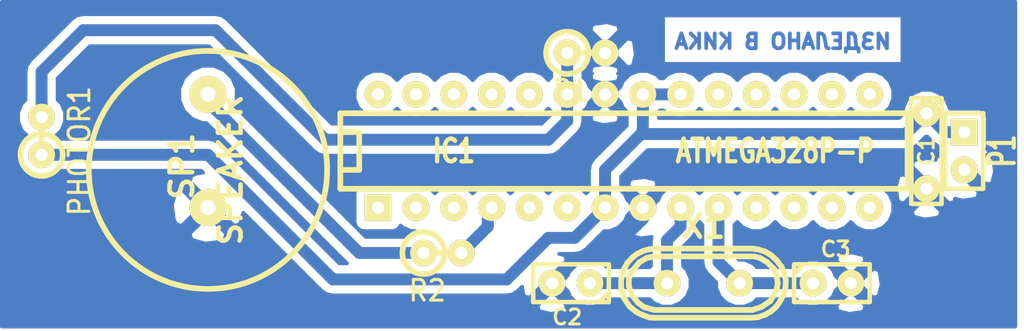
<source format=kicad_pcb>
(kicad_pcb (version 3) (host pcbnew "(2013-may-18)-stable")

  (general
    (links 20)
    (no_connects 0)
    (area 24.892 37.084 93.47327 61.1124)
    (thickness 1.6)
    (drawings 1)
    (tracks 40)
    (zones 0)
    (modules 10)
    (nets 8)
  )

  (page A4)
  (layers
    (15 F.Cu signal)
    (0 B.Cu signal)
    (16 B.Adhes user)
    (17 F.Adhes user)
    (18 B.Paste user)
    (19 F.Paste user)
    (20 B.SilkS user)
    (21 F.SilkS user)
    (22 B.Mask user)
    (23 F.Mask user)
    (24 Dwgs.User user)
    (25 Cmts.User user)
    (26 Eco1.User user)
    (27 Eco2.User user)
    (28 Edge.Cuts user)
  )

  (setup
    (last_trace_width 0.8)
    (user_trace_width 0.4)
    (user_trace_width 0.6)
    (user_trace_width 0.8)
    (user_trace_width 1)
    (trace_clearance 0.254)
    (zone_clearance 0.55)
    (zone_45_only yes)
    (trace_min 0.254)
    (segment_width 0.2)
    (edge_width 0.15)
    (via_size 0.889)
    (via_drill 0.635)
    (via_min_size 0.889)
    (via_min_drill 0.508)
    (uvia_size 0.508)
    (uvia_drill 0.127)
    (uvias_allowed no)
    (uvia_min_size 0.508)
    (uvia_min_drill 0.127)
    (pcb_text_width 0.3)
    (pcb_text_size 1 1)
    (mod_edge_width 0.15)
    (mod_text_size 1 1)
    (mod_text_width 0.15)
    (pad_size 1.8 1.8)
    (pad_drill 0.8128)
    (pad_to_mask_clearance 0)
    (aux_axis_origin 0 0)
    (visible_elements FFFFFFBF)
    (pcbplotparams
      (layerselection 1)
      (usegerberextensions false)
      (excludeedgelayer false)
      (linewidth 0.150000)
      (plotframeref false)
      (viasonmask false)
      (mode 1)
      (useauxorigin false)
      (hpglpennumber 1)
      (hpglpenspeed 20)
      (hpglpendiameter 15)
      (hpglpenoverlay 2)
      (psnegative false)
      (psa4output false)
      (plotreference false)
      (plotvalue false)
      (plotothertext false)
      (plotinvisibletext false)
      (padsonsilk false)
      (subtractmaskfromsilk false)
      (outputformat 2)
      (mirror false)
      (drillshape 1)
      (scaleselection 1)
      (outputdirectory ""))
  )

  (net 0 "")
  (net 1 /Xtal1)
  (net 2 /Xtal2)
  (net 3 GND)
  (net 4 N-0000018)
  (net 5 N-000002)
  (net 6 N-0000024)
  (net 7 VCC)

  (net_class Default "This is the default net class."
    (clearance 0.254)
    (trace_width 0.254)
    (via_dia 0.889)
    (via_drill 0.635)
    (uvia_dia 0.508)
    (uvia_drill 0.127)
    (add_net "")
    (add_net /Xtal1)
    (add_net /Xtal2)
    (add_net GND)
    (add_net N-0000018)
    (add_net N-000002)
    (add_net N-0000024)
    (add_net VCC)
  )

  (module BUZZER (layer F.Cu) (tedit 52AC7F18) (tstamp 52AC7FB0)
    (at 38.862 48.514 90)
    (path /52ABAEE6)
    (fp_text reference SP1 (at 0.24892 -1.75006 90) (layer F.SilkS)
      (effects (font (size 1.524 1.524) (thickness 0.3048)))
    )
    (fp_text value SPEAKER (at 0 1.50114 90) (layer F.SilkS)
      (effects (font (size 1.524 1.524) (thickness 0.3048)))
    )
    (fp_circle (center 0 0) (end 8.001 0.24892) (layer F.SilkS) (width 0.381))
    (pad 2 thru_hole circle (at 5.08 0 90) (size 2.49936 2.49936) (drill 1.00076)
      (layers *.Cu *.Mask F.SilkS)
      (net 5 N-000002)
    )
    (pad 1 thru_hole circle (at -2.54 0 90) (size 2.49936 2.49936) (drill 1.00076)
      (layers *.Cu *.Mask F.SilkS)
      (net 3 GND)
    )
    (model divers\buzzer.wrl
      (at (xyz 0 0 0))
      (scale (xyz 0.8 0.8 0.8))
      (rotate (xyz 0 0 0))
    )
  )

  (module SIL-2 (layer F.Cu) (tedit 52AC773E) (tstamp 52AC7948)
    (at 89.662 47.244 270)
    (descr "Connecteurs 2 pins")
    (tags "CONN DEV")
    (path /52ABB382)
    (fp_text reference P1 (at 0 -2.54 270) (layer F.SilkS)
      (effects (font (size 1.72974 1.08712) (thickness 0.3048)))
    )
    (fp_text value PWR (at 0 -2.54 270) (layer F.SilkS) hide
      (effects (font (size 1.524 1.016) (thickness 0.3048)))
    )
    (fp_line (start -2.54 1.27) (end -2.54 -1.27) (layer F.SilkS) (width 0.3048))
    (fp_line (start -2.54 -1.27) (end 2.54 -1.27) (layer F.SilkS) (width 0.3048))
    (fp_line (start 2.54 -1.27) (end 2.54 1.27) (layer F.SilkS) (width 0.3048))
    (fp_line (start 2.54 1.27) (end -2.54 1.27) (layer F.SilkS) (width 0.3048))
    (pad 1 thru_hole rect (at -1.27 0 270) (size 1.8 1.8) (drill 0.8128)
      (layers *.Cu *.Mask F.SilkS)
      (net 7 VCC)
    )
    (pad 2 thru_hole circle (at 1.27 0 270) (size 1.8 1.8) (drill 0.8128)
      (layers *.Cu *.Mask F.SilkS)
      (net 3 GND)
    )
  )

  (module R1 (layer F.Cu) (tedit 200000) (tstamp 52AC79B9)
    (at 54.61 54.102)
    (descr "Resistance verticale")
    (tags R)
    (path /52ABAE61)
    (autoplace_cost90 10)
    (autoplace_cost180 10)
    (fp_text reference R2 (at -1.016 2.54) (layer F.SilkS)
      (effects (font (size 1.397 1.27) (thickness 0.2032)))
    )
    (fp_text value 82 (at -1.143 2.54) (layer F.SilkS) hide
      (effects (font (size 1.397 1.27) (thickness 0.2032)))
    )
    (fp_line (start -1.27 0) (end 1.27 0) (layer F.SilkS) (width 0.381))
    (fp_circle (center -1.27 0) (end -0.635 1.27) (layer F.SilkS) (width 0.381))
    (pad 1 thru_hole circle (at -1.27 0) (size 1.8 1.8) (drill 0.8128)
      (layers *.Cu *.Mask F.SilkS)
      (net 5 N-000002)
    )
    (pad 2 thru_hole circle (at 1.27 0) (size 1.8 1.8) (drill 0.8128)
      (layers *.Cu *.Mask F.SilkS)
      (net 4 N-0000018)
    )
    (model discret/verti_resistor.wrl
      (at (xyz 0 0 0))
      (scale (xyz 1 1 1))
      (rotate (xyz 0 0 0))
    )
  )

  (module R1 (layer F.Cu) (tedit 200000) (tstamp 52ABB819)
    (at 27.686 46.228 90)
    (descr "Resistance verticale")
    (tags R)
    (path /52ABAF29)
    (autoplace_cost90 10)
    (autoplace_cost180 10)
    (fp_text reference PHOTOR1 (at -1.016 2.54 90) (layer F.SilkS)
      (effects (font (size 1.397 1.27) (thickness 0.2032)))
    )
    (fp_text value PHOTOR (at -1.143 2.54 90) (layer F.SilkS) hide
      (effects (font (size 1.397 1.27) (thickness 0.2032)))
    )
    (fp_line (start -1.27 0) (end 1.27 0) (layer F.SilkS) (width 0.381))
    (fp_circle (center -1.27 0) (end -0.635 1.27) (layer F.SilkS) (width 0.381))
    (pad 1 thru_hole circle (at -1.27 0 90) (size 1.8 1.8) (drill 0.8128)
      (layers *.Cu *.Mask F.SilkS)
      (net 7 VCC)
    )
    (pad 2 thru_hole circle (at 1.27 0 90) (size 1.8 1.8) (drill 0.8128)
      (layers *.Cu *.Mask F.SilkS)
      (net 6 N-0000024)
    )
    (model discret/verti_resistor.wrl
      (at (xyz 0 0 0))
      (scale (xyz 1 1 1))
      (rotate (xyz 0 0 0))
    )
  )

  (module R1 (layer F.Cu) (tedit 52AC770B) (tstamp 52ABB821)
    (at 64.262 40.64)
    (descr "Resistance verticale")
    (tags R)
    (path /52ABAF6B)
    (autoplace_cost90 10)
    (autoplace_cost180 10)
    (fp_text reference R1 (at -1.016 2.54) (layer F.SilkS)
      (effects (font (size 1.397 1.27) (thickness 0.2032)))
    )
    (fp_text value 10k (at -1.143 2.54) (layer F.SilkS) hide
      (effects (font (size 1.397 1.27) (thickness 0.2032)))
    )
    (fp_line (start -1.27 0) (end 1.27 0) (layer F.SilkS) (width 0.381))
    (fp_circle (center -1.27 0) (end -0.635 1.27) (layer F.SilkS) (width 0.381))
    (pad 1 thru_hole circle (at -1.27 0) (size 1.8 1.8) (drill 0.8128)
      (layers *.Cu *.Mask F.SilkS)
      (net 6 N-0000024)
    )
    (pad 2 thru_hole circle (at 1.27 0) (size 1.8 1.8) (drill 0.8128)
      (layers *.Cu *.Mask F.SilkS)
      (net 3 GND)
    )
    (model discret/verti_resistor.wrl
      (at (xyz 0 0 0))
      (scale (xyz 1 1 1))
      (rotate (xyz 0 0 0))
    )
  )

  (module DIP-28__300 (layer F.Cu) (tedit 52AC7776) (tstamp 52ABB848)
    (at 66.802 47.244)
    (descr "28 pins DIL package, round pads, width 300mil")
    (tags DIL)
    (path /52ABB5D5)
    (fp_text reference IC1 (at -11.43 0) (layer F.SilkS)
      (effects (font (size 1.524 1.143) (thickness 0.3048)))
    )
    (fp_text value ATMEGA328P-P (at 10.16 0) (layer F.SilkS)
      (effects (font (size 1.524 1.143) (thickness 0.3048)))
    )
    (fp_line (start -19.05 -2.54) (end 19.05 -2.54) (layer F.SilkS) (width 0.381))
    (fp_line (start 19.05 -2.54) (end 19.05 2.54) (layer F.SilkS) (width 0.381))
    (fp_line (start 19.05 2.54) (end -19.05 2.54) (layer F.SilkS) (width 0.381))
    (fp_line (start -19.05 2.54) (end -19.05 -2.54) (layer F.SilkS) (width 0.381))
    (fp_line (start -19.05 -1.27) (end -17.78 -1.27) (layer F.SilkS) (width 0.381))
    (fp_line (start -17.78 -1.27) (end -17.78 1.27) (layer F.SilkS) (width 0.381))
    (fp_line (start -17.78 1.27) (end -19.05 1.27) (layer F.SilkS) (width 0.381))
    (pad 2 thru_hole circle (at -13.97 3.81) (size 1.8 1.8) (drill 0.8128)
      (layers *.Cu *.Mask F.SilkS)
    )
    (pad 3 thru_hole circle (at -11.43 3.81) (size 1.8 1.8) (drill 0.8128)
      (layers *.Cu *.Mask F.SilkS)
    )
    (pad 4 thru_hole circle (at -8.89 3.81) (size 1.8 1.8) (drill 0.8128)
      (layers *.Cu *.Mask F.SilkS)
      (net 4 N-0000018)
    )
    (pad 5 thru_hole circle (at -6.35 3.81) (size 1.8 1.8) (drill 0.8128)
      (layers *.Cu *.Mask F.SilkS)
    )
    (pad 6 thru_hole circle (at -3.81 3.81) (size 1.8 1.8) (drill 0.8128)
      (layers *.Cu *.Mask F.SilkS)
    )
    (pad 7 thru_hole circle (at -1.27 3.81) (size 1.8 1.8) (drill 0.8128)
      (layers *.Cu *.Mask F.SilkS)
      (net 7 VCC)
    )
    (pad 8 thru_hole circle (at 1.27 3.81) (size 1.8 1.8) (drill 0.8128)
      (layers *.Cu *.Mask F.SilkS)
      (net 3 GND)
    )
    (pad 9 thru_hole circle (at 3.81 3.81) (size 1.8 1.8) (drill 0.8128)
      (layers *.Cu *.Mask F.SilkS)
      (net 1 /Xtal1)
    )
    (pad 10 thru_hole circle (at 6.35 3.81) (size 1.8 1.8) (drill 0.8128)
      (layers *.Cu *.Mask F.SilkS)
      (net 2 /Xtal2)
    )
    (pad 11 thru_hole circle (at 8.89 3.81) (size 1.8 1.8) (drill 0.8128)
      (layers *.Cu *.Mask F.SilkS)
    )
    (pad 12 thru_hole circle (at 11.43 3.81) (size 1.8 1.8) (drill 0.8128)
      (layers *.Cu *.Mask F.SilkS)
    )
    (pad 13 thru_hole circle (at 13.97 3.81) (size 1.8 1.8) (drill 0.8128)
      (layers *.Cu *.Mask F.SilkS)
    )
    (pad 14 thru_hole circle (at 16.51 3.81) (size 1.8 1.8) (drill 0.8128)
      (layers *.Cu *.Mask F.SilkS)
    )
    (pad 1 thru_hole rect (at -16.51 3.81) (size 1.8 1.8) (drill 0.8128)
      (layers *.Cu *.Mask F.SilkS)
    )
    (pad 15 thru_hole circle (at 16.51 -3.81) (size 1.8 1.8) (drill 0.8128)
      (layers *.Cu *.Mask F.SilkS)
    )
    (pad 16 thru_hole circle (at 13.97 -3.81) (size 1.8 1.8) (drill 0.8128)
      (layers *.Cu *.Mask F.SilkS)
    )
    (pad 17 thru_hole circle (at 11.43 -3.81) (size 1.8 1.8) (drill 0.8128)
      (layers *.Cu *.Mask F.SilkS)
    )
    (pad 18 thru_hole circle (at 8.89 -3.81) (size 1.8 1.8) (drill 0.8128)
      (layers *.Cu *.Mask F.SilkS)
    )
    (pad 19 thru_hole circle (at 6.35 -3.81) (size 1.8 1.8) (drill 0.8128)
      (layers *.Cu *.Mask F.SilkS)
    )
    (pad 20 thru_hole circle (at 3.81 -3.81) (size 1.8 1.8) (drill 0.8128)
      (layers *.Cu *.Mask F.SilkS)
      (net 7 VCC)
    )
    (pad 21 thru_hole circle (at 1.27 -3.81) (size 1.8 1.8) (drill 0.8128)
      (layers *.Cu *.Mask F.SilkS)
      (net 7 VCC)
    )
    (pad 22 thru_hole circle (at -1.27 -3.81) (size 1.8 1.8) (drill 0.8128)
      (layers *.Cu *.Mask F.SilkS)
      (net 3 GND)
    )
    (pad 23 thru_hole circle (at -3.81 -3.81) (size 1.8 1.8) (drill 0.8128)
      (layers *.Cu *.Mask F.SilkS)
      (net 6 N-0000024)
    )
    (pad 24 thru_hole circle (at -6.35 -3.81) (size 1.8 1.8) (drill 0.8128)
      (layers *.Cu *.Mask F.SilkS)
    )
    (pad 25 thru_hole circle (at -8.89 -3.81) (size 1.8 1.8) (drill 0.8128)
      (layers *.Cu *.Mask F.SilkS)
    )
    (pad 26 thru_hole circle (at -11.43 -3.81) (size 1.8 1.8) (drill 0.8128)
      (layers *.Cu *.Mask F.SilkS)
    )
    (pad 27 thru_hole circle (at -13.97 -3.81) (size 1.8 1.8) (drill 0.8128)
      (layers *.Cu *.Mask F.SilkS)
    )
    (pad 28 thru_hole circle (at -16.51 -3.81) (size 1.8 1.8) (drill 0.8128)
      (layers *.Cu *.Mask F.SilkS)
    )
    (model dil/dil_28-w300.wrl
      (at (xyz 0 0 0))
      (scale (xyz 1 1 1))
      (rotate (xyz 0 0 0))
    )
  )

  (module C2 (layer F.Cu) (tedit 52AC7716) (tstamp 52AC79F6)
    (at 87.122 47.244 270)
    (descr "Condensateur = 2 pas")
    (tags C)
    (path /52ABAFB4)
    (fp_text reference C1 (at 0 0 270) (layer F.SilkS)
      (effects (font (size 1.016 1.016) (thickness 0.2032)))
    )
    (fp_text value 100n (at 0 0 270) (layer F.SilkS) hide
      (effects (font (size 1.016 1.016) (thickness 0.2032)))
    )
    (fp_line (start -3.556 -1.016) (end 3.556 -1.016) (layer F.SilkS) (width 0.3048))
    (fp_line (start 3.556 -1.016) (end 3.556 1.016) (layer F.SilkS) (width 0.3048))
    (fp_line (start 3.556 1.016) (end -3.556 1.016) (layer F.SilkS) (width 0.3048))
    (fp_line (start -3.556 1.016) (end -3.556 -1.016) (layer F.SilkS) (width 0.3048))
    (fp_line (start -3.556 -0.508) (end -3.048 -1.016) (layer F.SilkS) (width 0.3048))
    (pad 1 thru_hole circle (at -2.54 0 270) (size 1.8 1.8) (drill 0.8128)
      (layers *.Cu *.Mask F.SilkS)
      (net 7 VCC)
    )
    (pad 2 thru_hole circle (at 2.54 0 270) (size 1.8 1.8) (drill 0.8128)
      (layers *.Cu *.Mask F.SilkS)
      (net 3 GND)
    )
    (model discret/capa_2pas_5x5mm.wrl
      (at (xyz 0 0 0))
      (scale (xyz 1 1 1))
      (rotate (xyz 0 0 0))
    )
  )

  (module C1 (layer F.Cu) (tedit 52AC774C) (tstamp 52ABB8A1)
    (at 63.246 56.134 180)
    (descr "Condensateur e = 1 pas")
    (tags C)
    (path /52ABB6E7)
    (fp_text reference C2 (at 0.254 -2.286 180) (layer F.SilkS)
      (effects (font (size 1.016 1.016) (thickness 0.2032)))
    )
    (fp_text value C (at 0 -2.286 180) (layer F.SilkS) hide
      (effects (font (size 1.016 1.016) (thickness 0.2032)))
    )
    (fp_line (start -2.4892 -1.27) (end 2.54 -1.27) (layer F.SilkS) (width 0.3048))
    (fp_line (start 2.54 -1.27) (end 2.54 1.27) (layer F.SilkS) (width 0.3048))
    (fp_line (start 2.54 1.27) (end -2.54 1.27) (layer F.SilkS) (width 0.3048))
    (fp_line (start -2.54 1.27) (end -2.54 -1.27) (layer F.SilkS) (width 0.3048))
    (fp_line (start -2.54 -0.635) (end -1.905 -1.27) (layer F.SilkS) (width 0.3048))
    (pad 1 thru_hole circle (at -1.27 0 180) (size 1.8 1.8) (drill 0.8128)
      (layers *.Cu *.Mask F.SilkS)
      (net 1 /Xtal1)
    )
    (pad 2 thru_hole circle (at 1.27 0 180) (size 1.8 1.8) (drill 0.8128)
      (layers *.Cu *.Mask F.SilkS)
      (net 3 GND)
    )
    (model discret/capa_1_pas.wrl
      (at (xyz 0 0 0))
      (scale (xyz 1 1 1))
      (rotate (xyz 0 0 0))
    )
  )

  (module C1 (layer F.Cu) (tedit 3F92C496) (tstamp 52ABB8AC)
    (at 80.772 56.134)
    (descr "Condensateur e = 1 pas")
    (tags C)
    (path /52ABB711)
    (fp_text reference C3 (at 0.254 -2.286) (layer F.SilkS)
      (effects (font (size 1.016 1.016) (thickness 0.2032)))
    )
    (fp_text value C (at 0 -2.286) (layer F.SilkS) hide
      (effects (font (size 1.016 1.016) (thickness 0.2032)))
    )
    (fp_line (start -2.4892 -1.27) (end 2.54 -1.27) (layer F.SilkS) (width 0.3048))
    (fp_line (start 2.54 -1.27) (end 2.54 1.27) (layer F.SilkS) (width 0.3048))
    (fp_line (start 2.54 1.27) (end -2.54 1.27) (layer F.SilkS) (width 0.3048))
    (fp_line (start -2.54 1.27) (end -2.54 -1.27) (layer F.SilkS) (width 0.3048))
    (fp_line (start -2.54 -0.635) (end -1.905 -1.27) (layer F.SilkS) (width 0.3048))
    (pad 1 thru_hole circle (at -1.27 0) (size 1.8 1.8) (drill 0.8128)
      (layers *.Cu *.Mask F.SilkS)
      (net 2 /Xtal2)
    )
    (pad 2 thru_hole circle (at 1.27 0) (size 1.8 1.8) (drill 0.8128)
      (layers *.Cu *.Mask F.SilkS)
      (net 3 GND)
    )
    (model discret/capa_1_pas.wrl
      (at (xyz 0 0 0))
      (scale (xyz 1 1 1))
      (rotate (xyz 0 0 0))
    )
  )

  (module Crystal_HC49-U_Vertical_RevA_09Aug2010 (layer F.Cu) (tedit 52AC7723) (tstamp 52ABB88B)
    (at 72.136 56.134)
    (descr "Crystal, Quarz, HC49/U, vertical, stehend,")
    (tags "Crystal, Quarz, HC49/U, vertical, stehend,")
    (path /52ABB6D8)
    (fp_text reference X1 (at 0 -3.81) (layer F.SilkS)
      (effects (font (size 1.524 1.524) (thickness 0.3048)))
    )
    (fp_text value CRYSTAL (at 0 3.81) (layer F.SilkS) hide
      (effects (font (size 1.524 1.524) (thickness 0.3048)))
    )
    (fp_line (start 4.699 -1.00076) (end 4.89966 -0.59944) (layer F.SilkS) (width 0.381))
    (fp_line (start 4.89966 -0.59944) (end 5.00126 0) (layer F.SilkS) (width 0.381))
    (fp_line (start 5.00126 0) (end 4.89966 0.50038) (layer F.SilkS) (width 0.381))
    (fp_line (start 4.89966 0.50038) (end 4.50088 1.19888) (layer F.SilkS) (width 0.381))
    (fp_line (start 4.50088 1.19888) (end 3.8989 1.6002) (layer F.SilkS) (width 0.381))
    (fp_line (start 3.8989 1.6002) (end 3.29946 1.80086) (layer F.SilkS) (width 0.381))
    (fp_line (start 3.29946 1.80086) (end -3.29946 1.80086) (layer F.SilkS) (width 0.381))
    (fp_line (start -3.29946 1.80086) (end -4.0005 1.6002) (layer F.SilkS) (width 0.381))
    (fp_line (start -4.0005 1.6002) (end -4.39928 1.30048) (layer F.SilkS) (width 0.381))
    (fp_line (start -4.39928 1.30048) (end -4.8006 0.8001) (layer F.SilkS) (width 0.381))
    (fp_line (start -4.8006 0.8001) (end -5.00126 0.20066) (layer F.SilkS) (width 0.381))
    (fp_line (start -5.00126 0.20066) (end -5.00126 -0.29972) (layer F.SilkS) (width 0.381))
    (fp_line (start -5.00126 -0.29972) (end -4.8006 -0.8001) (layer F.SilkS) (width 0.381))
    (fp_line (start -4.8006 -0.8001) (end -4.30022 -1.39954) (layer F.SilkS) (width 0.381))
    (fp_line (start -4.30022 -1.39954) (end -3.79984 -1.69926) (layer F.SilkS) (width 0.381))
    (fp_line (start -3.79984 -1.69926) (end -3.29946 -1.80086) (layer F.SilkS) (width 0.381))
    (fp_line (start -3.2004 -1.80086) (end 3.40106 -1.80086) (layer F.SilkS) (width 0.381))
    (fp_line (start 3.40106 -1.80086) (end 3.79984 -1.69926) (layer F.SilkS) (width 0.381))
    (fp_line (start 3.79984 -1.69926) (end 4.30022 -1.39954) (layer F.SilkS) (width 0.381))
    (fp_line (start 4.30022 -1.39954) (end 4.8006 -0.89916) (layer F.SilkS) (width 0.381))
    (fp_line (start -3.19024 -2.32918) (end -3.64998 -2.28092) (layer F.SilkS) (width 0.381))
    (fp_line (start -3.64998 -2.28092) (end -4.04876 -2.16916) (layer F.SilkS) (width 0.381))
    (fp_line (start -4.04876 -2.16916) (end -4.48056 -1.95072) (layer F.SilkS) (width 0.381))
    (fp_line (start -4.48056 -1.95072) (end -4.77012 -1.71958) (layer F.SilkS) (width 0.381))
    (fp_line (start -4.77012 -1.71958) (end -5.10032 -1.36906) (layer F.SilkS) (width 0.381))
    (fp_line (start -5.10032 -1.36906) (end -5.38988 -0.83058) (layer F.SilkS) (width 0.381))
    (fp_line (start -5.38988 -0.83058) (end -5.51942 -0.23114) (layer F.SilkS) (width 0.381))
    (fp_line (start -5.51942 -0.23114) (end -5.51942 0.2794) (layer F.SilkS) (width 0.381))
    (fp_line (start -5.51942 0.2794) (end -5.34924 0.98044) (layer F.SilkS) (width 0.381))
    (fp_line (start -5.34924 0.98044) (end -4.95046 1.56972) (layer F.SilkS) (width 0.381))
    (fp_line (start -4.95046 1.56972) (end -4.49072 1.94056) (layer F.SilkS) (width 0.381))
    (fp_line (start -4.49072 1.94056) (end -4.06908 2.14884) (layer F.SilkS) (width 0.381))
    (fp_line (start -4.06908 2.14884) (end -3.6195 2.30886) (layer F.SilkS) (width 0.381))
    (fp_line (start -3.6195 2.30886) (end -3.18008 2.33934) (layer F.SilkS) (width 0.381))
    (fp_line (start 4.16052 2.1209) (end 4.53898 1.89992) (layer F.SilkS) (width 0.381))
    (fp_line (start 4.53898 1.89992) (end 4.85902 1.62052) (layer F.SilkS) (width 0.381))
    (fp_line (start 4.85902 1.62052) (end 5.11048 1.29032) (layer F.SilkS) (width 0.381))
    (fp_line (start 5.11048 1.29032) (end 5.4102 0.73914) (layer F.SilkS) (width 0.381))
    (fp_line (start 5.4102 0.73914) (end 5.51942 0.26924) (layer F.SilkS) (width 0.381))
    (fp_line (start 5.51942 0.26924) (end 5.53974 -0.1905) (layer F.SilkS) (width 0.381))
    (fp_line (start 5.53974 -0.1905) (end 5.45084 -0.65024) (layer F.SilkS) (width 0.381))
    (fp_line (start 5.45084 -0.65024) (end 5.26034 -1.09982) (layer F.SilkS) (width 0.381))
    (fp_line (start 5.26034 -1.09982) (end 4.89966 -1.56972) (layer F.SilkS) (width 0.381))
    (fp_line (start 4.89966 -1.56972) (end 4.54914 -1.88976) (layer F.SilkS) (width 0.381))
    (fp_line (start 4.54914 -1.88976) (end 4.16052 -2.1209) (layer F.SilkS) (width 0.381))
    (fp_line (start 4.16052 -2.1209) (end 3.73126 -2.2606) (layer F.SilkS) (width 0.381))
    (fp_line (start 3.73126 -2.2606) (end 3.2893 -2.32918) (layer F.SilkS) (width 0.381))
    (fp_line (start -3.2004 2.32918) (end 3.2512 2.32918) (layer F.SilkS) (width 0.381))
    (fp_line (start 3.2512 2.32918) (end 3.6703 2.29108) (layer F.SilkS) (width 0.381))
    (fp_line (start 3.6703 2.29108) (end 4.16052 2.1209) (layer F.SilkS) (width 0.381))
    (fp_line (start -3.2004 -2.32918) (end 3.2512 -2.32918) (layer F.SilkS) (width 0.381))
    (pad 1 thru_hole circle (at -2.44094 0) (size 1.8 1.8) (drill 0.8001)
      (layers *.Cu *.Mask F.SilkS)
      (net 1 /Xtal1)
    )
    (pad 2 thru_hole circle (at 2.44094 0) (size 1.8 1.8) (drill 0.8001)
      (layers *.Cu *.Mask F.SilkS)
      (net 2 /Xtal2)
    )
  )

  (gr_text "ИЗДЕЛАНО В КИКА" (at 77.47 39.878) (layer B.Cu)
    (effects (font (size 1 1) (thickness 0.25)) (justify mirror))
  )

  (segment (start 69.69506 56.134) (end 69.69506 53.24094) (width 0.8) (layer B.Cu) (net 1))
  (segment (start 70.612 52.324) (end 70.612 51.054) (width 0.8) (layer B.Cu) (net 1) (tstamp 52ABBA77))
  (segment (start 69.69506 53.24094) (end 70.612 52.324) (width 0.8) (layer B.Cu) (net 1) (tstamp 52ABBA76))
  (segment (start 64.516 56.134) (end 69.69506 56.134) (width 0.8) (layer B.Cu) (net 1))
  (segment (start 74.57694 56.134) (end 79.502 56.134) (width 0.8) (layer B.Cu) (net 2))
  (segment (start 73.152 51.054) (end 73.152 54.70906) (width 0.8) (layer B.Cu) (net 2))
  (segment (start 73.152 54.70906) (end 74.57694 56.134) (width 0.8) (layer B.Cu) (net 2) (tstamp 52ABBA7A))
  (segment (start 61.976 56.134) (end 63.5 54.61) (width 0.8) (layer B.Cu) (net 3))
  (segment (start 68.072 51.816) (end 68.072 51.054) (width 0.8) (layer B.Cu) (net 3) (tstamp 52ABBB0D))
  (segment (start 65.278 54.61) (end 68.072 51.816) (width 0.8) (layer B.Cu) (net 3) (tstamp 52ABBB0C))
  (segment (start 63.5 54.61) (end 65.278 54.61) (width 0.8) (layer B.Cu) (net 3) (tstamp 52ABBB0B))
  (segment (start 55.88 54.102) (end 57.658 52.324) (width 0.8) (layer B.Cu) (net 4))
  (segment (start 57.658 51.308) (end 57.912 51.054) (width 0.8) (layer B.Cu) (net 4) (tstamp 52AC7A94))
  (segment (start 57.658 52.324) (end 57.658 51.308) (width 0.8) (layer B.Cu) (net 4) (tstamp 52AC7A93))
  (segment (start 38.862 43.434) (end 38.862 43.942) (width 0.8) (layer B.Cu) (net 5) (status C00000))
  (segment (start 49.022 54.102) (end 53.34 54.102) (width 0.8) (layer B.Cu) (net 5) (tstamp 52AC7FC4) (status 800000))
  (segment (start 38.862 43.942) (end 49.022 54.102) (width 0.8) (layer B.Cu) (net 5) (tstamp 52AC7FC3) (status 400000))
  (segment (start 62.992 40.64) (end 62.992 43.434) (width 0.8) (layer B.Cu) (net 6))
  (segment (start 27.686 44.958) (end 27.686 41.91) (width 0.8) (layer B.Cu) (net 6))
  (segment (start 62.992 45.212) (end 62.992 43.434) (width 0.8) (layer B.Cu) (net 6) (tstamp 52ABBB20))
  (segment (start 61.722 46.482) (end 62.992 45.212) (width 0.8) (layer B.Cu) (net 6) (tstamp 52ABBB1F))
  (segment (start 46.736 46.482) (end 61.722 46.482) (width 0.8) (layer B.Cu) (net 6) (tstamp 52ABBB1D))
  (segment (start 39.37 39.116) (end 46.736 46.482) (width 0.8) (layer B.Cu) (net 6) (tstamp 52ABBB1B))
  (segment (start 30.48 39.116) (end 39.37 39.116) (width 0.8) (layer B.Cu) (net 6) (tstamp 52ABBB1A))
  (segment (start 27.686 41.91) (end 30.48 39.116) (width 0.8) (layer B.Cu) (net 6) (tstamp 52ABBB19))
  (segment (start 27.686 47.498) (end 38.862 47.498) (width 0.8) (layer B.Cu) (net 7) (status 400000))
  (segment (start 63.5 53.086) (end 65.532 51.054) (width 0.8) (layer B.Cu) (net 7) (tstamp 52AC7FC0) (status 800000))
  (segment (start 61.722 53.086) (end 63.5 53.086) (width 0.8) (layer B.Cu) (net 7) (tstamp 52AC7FBF))
  (segment (start 58.928 55.88) (end 61.722 53.086) (width 0.8) (layer B.Cu) (net 7) (tstamp 52AC7FBE))
  (segment (start 47.244 55.88) (end 58.928 55.88) (width 0.8) (layer B.Cu) (net 7) (tstamp 52AC7FBC))
  (segment (start 38.862 47.498) (end 47.244 55.88) (width 0.8) (layer B.Cu) (net 7) (tstamp 52AC7FBA))
  (segment (start 67.945 46.101) (end 85.725 46.101) (width 0.8) (layer B.Cu) (net 7))
  (segment (start 85.725 46.101) (end 87.122 44.704) (width 0.8) (layer B.Cu) (net 7) (tstamp 52AC7A5C))
  (segment (start 89.662 45.974) (end 88.392 45.974) (width 0.8) (layer B.Cu) (net 7))
  (segment (start 88.392 45.974) (end 87.122 44.704) (width 0.8) (layer B.Cu) (net 7) (tstamp 52AC7A57))
  (segment (start 68.072 43.434) (end 70.612 43.434) (width 0.8) (layer B.Cu) (net 7))
  (segment (start 65.532 51.054) (end 65.532 48.514) (width 0.8) (layer B.Cu) (net 7))
  (segment (start 65.532 48.514) (end 67.945 46.101) (width 0.8) (layer B.Cu) (net 7) (tstamp 52ABBA9E))
  (segment (start 67.945 46.101) (end 68.072 45.974) (width 0.8) (layer B.Cu) (net 7) (tstamp 52AC7A5A))
  (segment (start 68.072 45.974) (end 68.072 43.434) (width 0.8) (layer B.Cu) (net 7) (tstamp 52ABBA9F))

  (zone (net 3) (net_name GND) (layer B.Cu) (tstamp 52ABBB4C) (hatch edge 0.508)
    (connect_pads (clearance 0.55))
    (min_thickness 0.254)
    (fill (arc_segments 16) (thermal_gap 1) (thermal_bridge_width 1))
    (polygon
      (pts
        (xy 24.892 37.084) (xy 24.892 59.182) (xy 93.218 59.182) (xy 93.218 37.084) (xy 87.122 37.084)
      )
    )
    (filled_polygon
      (pts
        (xy 93.091 59.055) (xy 91.725681 59.055) (xy 91.725681 48.625847) (xy 91.611395 47.827597) (xy 91.525791 47.62093)
        (xy 91.239117 47.560207) (xy 91.160045 47.543458) (xy 91.239117 47.464387) (xy 91.385378 47.318126) (xy 91.239117 47.171865)
        (xy 91.19124 47.123988) (xy 91.238882 47.009254) (xy 91.239117 46.739927) (xy 91.239117 44.939927) (xy 91.136267 44.691011)
        (xy 90.94599 44.500402) (xy 90.697254 44.397118) (xy 90.427927 44.396883) (xy 88.699268 44.396883) (xy 88.699273 44.391692)
        (xy 88.459695 43.811868) (xy 88.016465 43.367864) (xy 87.437061 43.127275) (xy 86.809692 43.126727) (xy 86.229868 43.366305)
        (xy 85.785864 43.809535) (xy 85.545275 44.388939) (xy 85.544952 44.757939) (xy 85.510096 44.792795) (xy 85.510096 41.38)
        (xy 85.510096 38.126) (xy 69.429905 38.126) (xy 69.429905 41.38) (xy 85.510096 41.38) (xy 85.510096 44.792795)
        (xy 85.278892 45.024) (xy 69.149 45.024) (xy 69.149 44.587149) (xy 69.225282 44.511) (xy 69.45885 44.511)
        (xy 69.717535 44.770136) (xy 70.296939 45.010725) (xy 70.924308 45.011273) (xy 71.504132 44.771695) (xy 71.88227 44.394215)
        (xy 72.257535 44.770136) (xy 72.836939 45.010725) (xy 73.464308 45.011273) (xy 74.044132 44.771695) (xy 74.42227 44.394215)
        (xy 74.797535 44.770136) (xy 75.376939 45.010725) (xy 76.004308 45.011273) (xy 76.584132 44.771695) (xy 76.96227 44.394215)
        (xy 77.337535 44.770136) (xy 77.916939 45.010725) (xy 78.544308 45.011273) (xy 79.124132 44.771695) (xy 79.50227 44.394215)
        (xy 79.877535 44.770136) (xy 80.456939 45.010725) (xy 81.084308 45.011273) (xy 81.664132 44.771695) (xy 82.04227 44.394215)
        (xy 82.417535 44.770136) (xy 82.996939 45.010725) (xy 83.624308 45.011273) (xy 84.204132 44.771695) (xy 84.648136 44.328465)
        (xy 84.888725 43.749061) (xy 84.889273 43.121692) (xy 84.649695 42.541868) (xy 84.206465 42.097864) (xy 83.627061 41.857275)
        (xy 82.999692 41.856727) (xy 82.419868 42.096305) (xy 82.041729 42.473784) (xy 81.666465 42.097864) (xy 81.087061 41.857275)
        (xy 80.459692 41.856727) (xy 79.879868 42.096305) (xy 79.501729 42.473784) (xy 79.126465 42.097864) (xy 78.547061 41.857275)
        (xy 77.919692 41.856727) (xy 77.339868 42.096305) (xy 76.961729 42.473784) (xy 76.586465 42.097864) (xy 76.007061 41.857275)
        (xy 75.379692 41.856727) (xy 74.799868 42.096305) (xy 74.421729 42.473784) (xy 74.046465 42.097864) (xy 73.467061 41.857275)
        (xy 72.839692 41.856727) (xy 72.259868 42.096305) (xy 71.881729 42.473784) (xy 71.506465 42.097864) (xy 70.927061 41.857275)
        (xy 70.299692 41.856727) (xy 69.719868 42.096305) (xy 69.458717 42.357) (xy 69.225149 42.357) (xy 68.966465 42.097864)
        (xy 68.387061 41.857275) (xy 67.759692 41.856727) (xy 67.595681 41.924494) (xy 67.595681 40.751847) (xy 67.481395 39.953597)
        (xy 67.395791 39.74693) (xy 67.030043 39.669458) (xy 66.502542 40.196959) (xy 66.502542 39.141957) (xy 66.42507 38.776209)
        (xy 65.643847 38.576319) (xy 64.845597 38.690605) (xy 64.63893 38.776209) (xy 64.561458 39.141957) (xy 65.532 40.112498)
        (xy 66.502542 39.141957) (xy 66.502542 40.196959) (xy 66.059502 40.64) (xy 67.030043 41.610542) (xy 67.395791 41.53307)
        (xy 67.595681 40.751847) (xy 67.595681 41.924494) (xy 67.179868 42.096305) (xy 66.735864 42.539535) (xy 66.580991 42.912509)
        (xy 66.502542 42.990958) (xy 66.502542 42.138043) (xy 66.401498 42.037) (xy 66.502542 41.935957) (xy 66.42507 41.570209)
        (xy 65.766097 41.401598) (xy 65.532 41.167502) (xy 65.276604 41.422897) (xy 64.845597 41.484605) (xy 64.63893 41.570209)
        (xy 64.561458 41.935957) (xy 64.662501 42.037) (xy 64.561458 42.138043) (xy 64.63893 42.503791) (xy 65.297902 42.672401)
        (xy 65.532 42.906498) (xy 65.787395 42.651102) (xy 66.218403 42.589395) (xy 66.42507 42.503791) (xy 66.502542 42.138043)
        (xy 66.502542 42.990958) (xy 66.059502 43.434) (xy 66.581277 43.955775) (xy 66.734305 44.326132) (xy 66.995 44.587282)
        (xy 66.995 45.527892) (xy 66.502542 46.02035) (xy 66.502542 44.932043) (xy 65.532 43.961502) (xy 64.561458 44.932043)
        (xy 64.63893 45.297791) (xy 65.420153 45.497681) (xy 66.218403 45.383395) (xy 66.42507 45.297791) (xy 66.502542 44.932043)
        (xy 66.502542 46.02035) (xy 64.770446 47.752446) (xy 64.536982 48.10185) (xy 64.455 48.514) (xy 64.455 49.90085)
        (xy 64.261729 50.093784) (xy 63.886465 49.717864) (xy 63.307061 49.477275) (xy 62.679692 49.476727) (xy 62.099868 49.716305)
        (xy 61.721729 50.093784) (xy 61.346465 49.717864) (xy 60.767061 49.477275) (xy 60.139692 49.476727) (xy 59.559868 49.716305)
        (xy 59.181729 50.093784) (xy 58.806465 49.717864) (xy 58.227061 49.477275) (xy 57.599692 49.476727) (xy 57.019868 49.716305)
        (xy 56.641729 50.093784) (xy 56.266465 49.717864) (xy 55.687061 49.477275) (xy 55.059692 49.476727) (xy 54.479868 49.716305)
        (xy 54.101729 50.093784) (xy 53.726465 49.717864) (xy 53.147061 49.477275) (xy 52.519692 49.476727) (xy 51.939868 49.716305)
        (xy 51.800958 49.854971) (xy 51.766267 49.771011) (xy 51.57599 49.580402) (xy 51.327254 49.477118) (xy 51.057927 49.476883)
        (xy 49.257927 49.476883) (xy 49.009011 49.579733) (xy 48.818402 49.77001) (xy 48.715118 50.018746) (xy 48.714883 50.288073)
        (xy 48.714883 52.088073) (xy 48.817733 52.336989) (xy 49.00801 52.527598) (xy 49.256746 52.630882) (xy 49.526073 52.631117)
        (xy 51.326073 52.631117) (xy 51.574989 52.528267) (xy 51.765598 52.33799) (xy 51.800815 52.253177) (xy 51.937535 52.390136)
        (xy 52.516939 52.630725) (xy 52.77062 52.630946) (xy 52.447868 52.764305) (xy 52.186717 53.025) (xy 49.468108 53.025)
        (xy 40.633921 44.190813) (xy 40.788344 43.818922) (xy 40.789013 43.052441) (xy 40.496311 42.34405) (xy 39.954801 41.801593)
        (xy 39.246922 41.507656) (xy 38.480441 41.506987) (xy 37.77205 41.799689) (xy 37.229593 42.341199) (xy 36.935656 43.049078)
        (xy 36.934987 43.815559) (xy 37.227689 44.52395) (xy 37.769199 45.066407) (xy 38.477078 45.360344) (xy 38.75748 45.360588)
        (xy 48.199891 54.803) (xy 47.690108 54.803) (xy 39.623554 46.736446) (xy 39.27415 46.502982) (xy 38.862 46.421)
        (xy 28.839149 46.421) (xy 28.646215 46.227729) (xy 29.022136 45.852465) (xy 29.262725 45.273061) (xy 29.263273 44.645692)
        (xy 29.023695 44.065868) (xy 28.763 43.804717) (xy 28.763 42.356108) (xy 30.926108 40.193) (xy 38.923892 40.193)
        (xy 45.974446 47.243554) (xy 46.32385 47.477018) (xy 46.736 47.559) (xy 61.722 47.559) (xy 62.13415 47.477018)
        (xy 62.483554 47.243554) (xy 63.753554 45.973554) (xy 63.987018 45.62415) (xy 64.069 45.212) (xy 64.069 44.587149)
        (xy 64.328136 44.328465) (xy 64.483008 43.95549) (xy 65.004498 43.434) (xy 64.482722 42.912224) (xy 64.329695 42.541868)
        (xy 64.069 42.280717) (xy 64.069 41.793149) (xy 64.328136 41.534465) (xy 64.483008 41.16149) (xy 65.004498 40.64)
        (xy 64.482722 40.118224) (xy 64.329695 39.747868) (xy 63.886465 39.303864) (xy 63.307061 39.063275) (xy 62.679692 39.062727)
        (xy 62.099868 39.302305) (xy 61.655864 39.745535) (xy 61.415275 40.324939) (xy 61.414727 40.952308) (xy 61.654305 41.532132)
        (xy 61.915 41.793282) (xy 61.915 42.28085) (xy 61.721729 42.473784) (xy 61.346465 42.097864) (xy 60.767061 41.857275)
        (xy 60.139692 41.856727) (xy 59.559868 42.096305) (xy 59.181729 42.473784) (xy 58.806465 42.097864) (xy 58.227061 41.857275)
        (xy 57.599692 41.856727) (xy 57.019868 42.096305) (xy 56.641729 42.473784) (xy 56.266465 42.097864) (xy 55.687061 41.857275)
        (xy 55.059692 41.856727) (xy 54.479868 42.096305) (xy 54.101729 42.473784) (xy 53.726465 42.097864) (xy 53.147061 41.857275)
        (xy 52.519692 41.856727) (xy 51.939868 42.096305) (xy 51.561729 42.473784) (xy 51.186465 42.097864) (xy 50.607061 41.857275)
        (xy 49.979692 41.856727) (xy 49.399868 42.096305) (xy 48.955864 42.539535) (xy 48.715275 43.118939) (xy 48.714727 43.746308)
        (xy 48.954305 44.326132) (xy 49.397535 44.770136) (xy 49.976939 45.010725) (xy 50.604308 45.011273) (xy 51.184132 44.771695)
        (xy 51.56227 44.394215) (xy 51.937535 44.770136) (xy 52.516939 45.010725) (xy 53.144308 45.011273) (xy 53.724132 44.771695)
        (xy 54.10227 44.394215) (xy 54.477535 44.770136) (xy 55.056939 45.010725) (xy 55.684308 45.011273) (xy 56.264132 44.771695)
        (xy 56.64227 44.394215) (xy 57.017535 44.770136) (xy 57.596939 45.010725) (xy 58.224308 45.011273) (xy 58.804132 44.771695)
        (xy 59.18227 44.394215) (xy 59.557535 44.770136) (xy 60.136939 45.010725) (xy 60.764308 45.011273) (xy 61.344132 44.771695)
        (xy 61.72227 44.394215) (xy 61.915 44.587282) (xy 61.915 44.765892) (xy 61.275892 45.405) (xy 47.182108 45.405)
        (xy 40.131554 38.354446) (xy 39.78215 38.120982) (xy 39.37 38.039) (xy 30.48 38.039) (xy 30.06785 38.120982)
        (xy 29.718446 38.354446) (xy 26.924446 41.148446) (xy 26.690982 41.49785) (xy 26.609 41.91) (xy 26.609 43.80485)
        (xy 26.349864 44.063535) (xy 26.109275 44.642939) (xy 26.108727 45.270308) (xy 26.348305 45.850132) (xy 26.725784 46.22827)
        (xy 26.349864 46.603535) (xy 26.109275 47.182939) (xy 26.108727 47.810308) (xy 26.348305 48.390132) (xy 26.791535 48.834136)
        (xy 27.370939 49.074725) (xy 27.998308 49.075273) (xy 28.578132 48.835695) (xy 28.839282 48.575) (xy 38.415892 48.575)
        (xy 38.539658 48.698766) (xy 38.119031 48.747468) (xy 37.756393 48.897678) (xy 37.634635 49.299134) (xy 38.862 50.526498)
        (xy 38.876142 50.512356) (xy 39.403643 51.039857) (xy 39.389502 51.054) (xy 40.616866 52.281365) (xy 41.018322 52.159607)
        (xy 41.236023 51.395131) (xy 46.482446 56.641554) (xy 46.83185 56.875018) (xy 47.244 56.957) (xy 58.928 56.957)
        (xy 59.34015 56.875018) (xy 59.689554 56.641554) (xy 59.961993 56.369114) (xy 60.026605 56.820403) (xy 60.112209 57.02707)
        (xy 60.477957 57.104542) (xy 61.448498 56.134) (xy 61.434356 56.119857) (xy 61.961857 55.592356) (xy 61.976 55.606498)
        (xy 62.946542 54.635957) (xy 62.86907 54.270209) (xy 62.450068 54.163) (xy 63.5 54.163) (xy 63.91215 54.081018)
        (xy 64.261554 53.847554) (xy 65.478154 52.630953) (xy 65.844308 52.631273) (xy 66.424132 52.391695) (xy 66.868136 51.948465)
        (xy 67.023008 51.57549) (xy 67.544498 51.054) (xy 67.022722 50.532224) (xy 66.869695 50.161868) (xy 66.609 49.900717)
        (xy 66.609 48.960108) (xy 68.391108 47.178) (xy 85.725 47.178) (xy 86.13715 47.096018) (xy 86.486554 46.862554)
        (xy 87.068154 46.280953) (xy 87.175939 46.281047) (xy 87.630446 46.735554) (xy 87.97985 46.969018) (xy 88.084883 46.98991)
        (xy 88.084883 47.008073) (xy 88.132772 47.123975) (xy 87.938622 47.318126) (xy 88.163954 47.543458) (xy 87.798209 47.62093)
        (xy 87.739663 47.849741) (xy 87.233847 47.720319) (xy 86.435597 47.834605) (xy 86.22893 47.920209) (xy 86.151458 48.285957)
        (xy 87.122 49.256498) (xy 87.136142 49.242356) (xy 87.663643 49.769857) (xy 87.649502 49.784) (xy 88.620043 50.754542)
        (xy 88.985791 50.67707) (xy 89.044336 50.448258) (xy 89.550153 50.577681) (xy 90.348403 50.463395) (xy 90.55507 50.377791)
        (xy 90.632542 50.012043) (xy 89.662 49.041502) (xy 89.647857 49.055643) (xy 89.120356 48.528142) (xy 89.134498 48.514)
        (xy 89.120356 48.499857) (xy 89.647857 47.972356) (xy 89.662 47.986498) (xy 89.676142 47.972356) (xy 90.203643 48.499857)
        (xy 90.189502 48.514) (xy 91.160043 49.484542) (xy 91.525791 49.40707) (xy 91.725681 48.625847) (xy 91.725681 59.055)
        (xy 90.632542 59.055) (xy 88.092542 59.055) (xy 88.092542 51.282043) (xy 87.122 50.311502) (xy 86.594498 50.839003)
        (xy 86.594498 49.784) (xy 85.623957 48.813458) (xy 85.258209 48.89093) (xy 85.058319 49.672153) (xy 85.172605 50.470403)
        (xy 85.258209 50.67707) (xy 85.623957 50.754542) (xy 86.594498 49.784) (xy 86.594498 50.839003) (xy 86.151458 51.282043)
        (xy 86.22893 51.647791) (xy 87.010153 51.847681) (xy 87.808403 51.733395) (xy 88.01507 51.647791) (xy 88.092542 51.282043)
        (xy 88.092542 59.055) (xy 84.889273 59.055) (xy 84.889273 50.741692) (xy 84.649695 50.161868) (xy 84.206465 49.717864)
        (xy 83.627061 49.477275) (xy 82.999692 49.476727) (xy 82.419868 49.716305) (xy 82.041729 50.093784) (xy 81.666465 49.717864)
        (xy 81.087061 49.477275) (xy 80.459692 49.476727) (xy 79.879868 49.716305) (xy 79.501729 50.093784) (xy 79.126465 49.717864)
        (xy 78.547061 49.477275) (xy 77.919692 49.476727) (xy 77.339868 49.716305) (xy 76.961729 50.093784) (xy 76.586465 49.717864)
        (xy 76.007061 49.477275) (xy 75.379692 49.476727) (xy 74.799868 49.716305) (xy 74.421729 50.093784) (xy 74.046465 49.717864)
        (xy 73.467061 49.477275) (xy 72.839692 49.476727) (xy 72.259868 49.716305) (xy 71.881729 50.093784) (xy 71.506465 49.717864)
        (xy 70.927061 49.477275) (xy 70.299692 49.476727) (xy 69.719868 49.716305) (xy 69.275864 50.159535) (xy 69.120991 50.532509)
        (xy 69.042542 50.610958) (xy 69.042542 49.555957) (xy 68.96507 49.190209) (xy 68.183847 48.990319) (xy 67.385597 49.104605)
        (xy 67.17893 49.190209) (xy 67.101458 49.555957) (xy 68.072 50.526498) (xy 69.042542 49.555957) (xy 69.042542 50.610958)
        (xy 68.599502 51.054) (xy 68.613644 51.068142) (xy 68.086142 51.595643) (xy 68.072 51.581502) (xy 67.101458 52.552043)
        (xy 67.17893 52.917791) (xy 67.960153 53.117681) (xy 68.662581 53.017113) (xy 68.61806 53.24094) (xy 68.61806 54.98085)
        (xy 68.541777 55.057) (xy 65.669149 55.057) (xy 65.410465 54.797864) (xy 64.831061 54.557275) (xy 64.203692 54.556727)
        (xy 63.623868 54.796305) (xy 63.179864 55.239535) (xy 63.024991 55.612509) (xy 62.503502 56.134) (xy 63.025277 56.655775)
        (xy 63.178305 57.026132) (xy 63.621535 57.470136) (xy 64.200939 57.710725) (xy 64.828308 57.711273) (xy 65.408132 57.471695)
        (xy 65.669282 57.211) (xy 68.54191 57.211) (xy 68.800595 57.470136) (xy 69.379999 57.710725) (xy 70.007368 57.711273)
        (xy 70.587192 57.471695) (xy 71.031196 57.028465) (xy 71.271785 56.449061) (xy 71.272333 55.821692) (xy 71.032755 55.241868)
        (xy 70.77206 54.980717) (xy 70.77206 53.687048) (xy 71.373553 53.085555) (xy 71.373553 53.085554) (xy 71.373554 53.085554)
        (xy 71.607017 52.736151) (xy 71.607018 52.73615) (xy 71.688999 52.324001) (xy 71.689 52.324) (xy 71.689 52.207149)
        (xy 71.88227 52.014215) (xy 72.075 52.207282) (xy 72.075 54.70906) (xy 72.156982 55.12121) (xy 72.390446 55.470614)
        (xy 72.999986 56.080154) (xy 72.999667 56.446308) (xy 73.239245 57.026132) (xy 73.682475 57.470136) (xy 74.261879 57.710725)
        (xy 74.889248 57.711273) (xy 75.469072 57.471695) (xy 75.730222 57.211) (xy 78.34885 57.211) (xy 78.607535 57.470136)
        (xy 79.186939 57.710725) (xy 79.814308 57.711273) (xy 80.394132 57.471695) (xy 80.838136 57.028465) (xy 80.993008 56.65549)
        (xy 81.514498 56.134) (xy 80.992722 55.612224) (xy 80.839695 55.241868) (xy 80.396465 54.797864) (xy 79.817061 54.557275)
        (xy 79.189692 54.556727) (xy 78.609868 54.796305) (xy 78.348717 55.057) (xy 75.730089 55.057) (xy 75.471405 54.797864)
        (xy 74.892001 54.557275) (xy 74.523 54.556952) (xy 74.229 54.262952) (xy 74.229 52.207149) (xy 74.42227 52.014215)
        (xy 74.797535 52.390136) (xy 75.376939 52.630725) (xy 76.004308 52.631273) (xy 76.584132 52.391695) (xy 76.96227 52.014215)
        (xy 77.337535 52.390136) (xy 77.916939 52.630725) (xy 78.544308 52.631273) (xy 79.124132 52.391695) (xy 79.50227 52.014215)
        (xy 79.877535 52.390136) (xy 80.456939 52.630725) (xy 81.084308 52.631273) (xy 81.664132 52.391695) (xy 82.04227 52.014215)
        (xy 82.417535 52.390136) (xy 82.996939 52.630725) (xy 83.624308 52.631273) (xy 84.204132 52.391695) (xy 84.648136 51.948465)
        (xy 84.888725 51.369061) (xy 84.889273 50.741692) (xy 84.889273 59.055) (xy 84.105681 59.055) (xy 84.105681 56.245847)
        (xy 83.991395 55.447597) (xy 83.905791 55.24093) (xy 83.540043 55.163458) (xy 83.012542 55.690959) (xy 83.012542 54.635957)
        (xy 82.93507 54.270209) (xy 82.153847 54.070319) (xy 81.355597 54.184605) (xy 81.14893 54.270209) (xy 81.071458 54.635957)
        (xy 82.042 55.606498) (xy 83.012542 54.635957) (xy 83.012542 55.690959) (xy 82.569502 56.134) (xy 83.540043 57.104542)
        (xy 83.905791 57.02707) (xy 84.105681 56.245847) (xy 84.105681 59.055) (xy 83.012542 59.055) (xy 83.012542 57.632043)
        (xy 82.042 56.661502) (xy 81.071458 57.632043) (xy 81.14893 57.997791) (xy 81.930153 58.197681) (xy 82.728403 58.083395)
        (xy 82.93507 57.997791) (xy 83.012542 57.632043) (xy 83.012542 59.055) (xy 62.946542 59.055) (xy 62.946542 57.632043)
        (xy 61.976 56.661502) (xy 61.005458 57.632043) (xy 61.08293 57.997791) (xy 61.864153 58.197681) (xy 62.662403 58.083395)
        (xy 62.86907 57.997791) (xy 62.946542 57.632043) (xy 62.946542 59.055) (xy 40.089365 59.055) (xy 40.089365 52.808866)
        (xy 38.862 51.581502) (xy 38.334498 52.109003) (xy 38.334498 51.054) (xy 37.107134 49.826635) (xy 36.705678 49.948393)
        (xy 36.446721 50.857742) (xy 36.555468 51.796969) (xy 36.705678 52.159607) (xy 37.107134 52.281365) (xy 38.334498 51.054)
        (xy 38.334498 52.109003) (xy 37.634635 52.808866) (xy 37.756393 53.210322) (xy 38.665742 53.469279) (xy 39.604969 53.360532)
        (xy 39.967607 53.210322) (xy 40.089365 52.808866) (xy 40.089365 59.055) (xy 25.019 59.055) (xy 25.019 37.211)
        (xy 87.122 37.211) (xy 93.091 37.211) (xy 93.091 59.055)
      )
    )
  )
)

</source>
